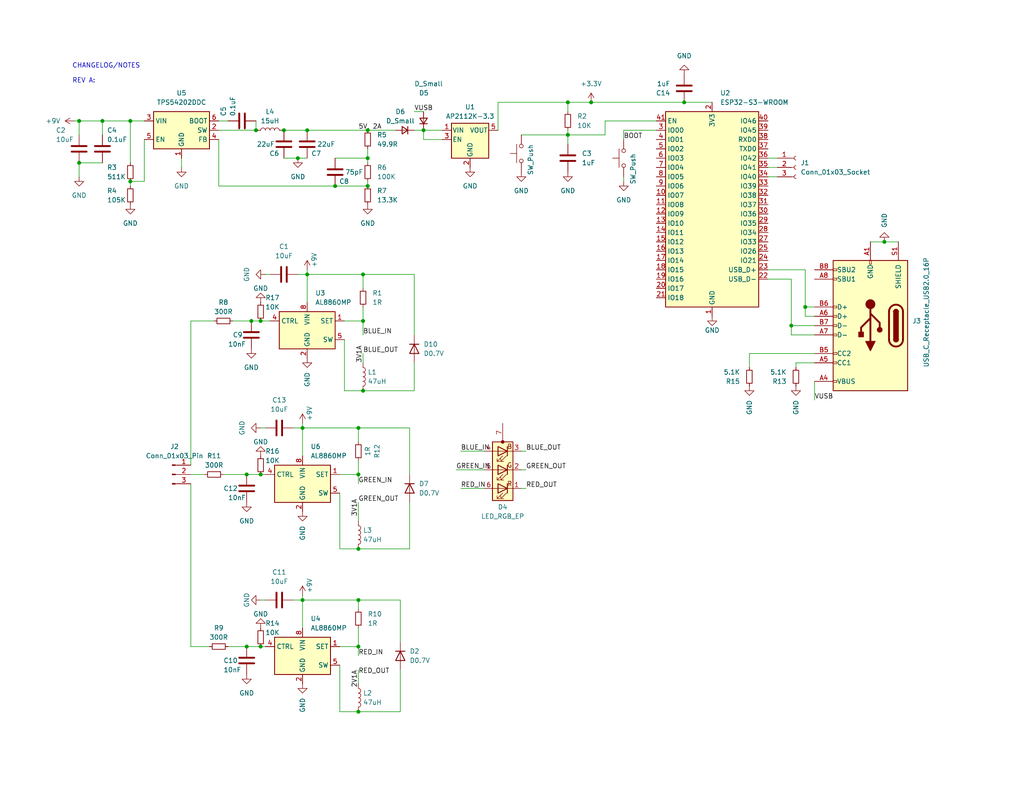
<source format=kicad_sch>
(kicad_sch (version 20230121) (generator eeschema)
  (paper "USLetter")
  (title_block (title "Assignment 2 - via"))
  (lib_symbols
    (symbol "Connector:Conn_01x03_Pin" (pin_names (offset 1.016) hide)
      (property "Reference" "J" (at 0 5.08 0))
      (property "Value" "Conn_01x03_Pin" (at 0 -5.08 0))
      (symbol "Conn_01x03_Pin_1_1"
        (polyline (pts (xy 1.27 -2.54) (xy 0.8636 -2.54)) (stroke (width 0.1524)))
        (polyline (pts (xy 1.27 0) (xy 0.8636 0)) (stroke (width 0.1524)))
        (polyline (pts (xy 1.27 2.54) (xy 0.8636 2.54)) (stroke (width 0.1524)))
        (rectangle (start 0.8636 -2.413) (end 0 -2.667) (stroke (width 0.1524)) (fill (type outline)))
        (rectangle (start 0.8636 0.127) (end 0 -0.127) (stroke (width 0.1524)) (fill (type outline)))
        (rectangle (start 0.8636 2.667) (end 0 2.413) (stroke (width 0.1524)) (fill (type outline)))
        (pin passive line (at 5.08 2.54 180) (length 3.81) (name "Pin_1") (number "1"))
        (pin passive line (at 5.08 0 180) (length 3.81) (name "Pin_2") (number "2"))
        (pin passive line (at 5.08 -2.54 180) (length 3.81) (name "Pin_3") (number "3"))
      )
    )
    (symbol "Connector:Conn_01x03_Socket" (pin_names (offset 1.016) hide)
      (property "Reference" "J" (at 0 5.08 0))
      (property "Value" "Conn_01x03_Socket" (at 0 -5.08 0))
      (symbol "Conn_01x03_Socket_1_1"
        (arc (start 0 -2.032) (mid -0.5058 -2.54) (end 0 -3.048) (stroke (width 0.1524)))
        (polyline (pts (xy -1.27 -2.54) (xy -0.508 -2.54)) (stroke (width 0.1524)))
        (polyline (pts (xy -1.27 0) (xy -0.508 0)) (stroke (width 0.1524)))
        (polyline (pts (xy -1.27 2.54) (xy -0.508 2.54)) (stroke (width 0.1524)))
        (arc (start 0 0.508) (mid -0.5058 0) (end 0 -0.508) (stroke (width 0.1524)))
        (arc (start 0 3.048) (mid -0.5058 2.54) (end 0 2.032) (stroke (width 0.1524)))
        (pin passive line (at -5.08 2.54 0) (length 3.81) (name "Pin_1") (number "1"))
        (pin passive line (at -5.08 0 0) (length 3.81) (name "Pin_2") (number "2"))
        (pin passive line (at -5.08 -2.54 0) (length 3.81) (name "Pin_3") (number "3"))
      )
    )
    (symbol "Connector:USB_C_Receptacle_USB2.0_16P" (pin_names (offset 1.016))
      (property "Reference" "J" (at 0 22.225 0))
      (property "Value" "USB_C_Receptacle_USB2.0_16P" (at 0 19.685 0))
      (symbol "USB_C_Receptacle_USB2.0_16P_0_0"
        (rectangle (start -0.254 -17.78) (end 0.254 -16.764))
        (rectangle (start 10.16 -14.986) (end 9.144 -15.494))
        (rectangle (start 10.16 -12.446) (end 9.144 -12.954))
        (rectangle (start 10.16 -4.826) (end 9.144 -5.334))
        (rectangle (start 10.16 -2.286) (end 9.144 -2.794))
        (rectangle (start 10.16 0.254) (end 9.144 -0.254))
        (rectangle (start 10.16 2.794) (end 9.144 2.286))
        (rectangle (start 10.16 7.874) (end 9.144 7.366))
        (rectangle (start 10.16 10.414) (end 9.144 9.906))
        (rectangle (start 10.16 15.494) (end 9.144 14.986))
      )
      (symbol "USB_C_Receptacle_USB2.0_16P_0_1"
        (rectangle (start -10.16 17.78) (end 10.16 -17.78) (stroke (width 0.254)) (fill (type background)))
        (arc (start -8.89 -3.81) (mid -6.985 -5.7067) (end -5.08 -3.81) (stroke (width 0.508)))
        (arc (start -7.62 -3.81) (mid -6.985 -4.4423) (end -6.35 -3.81) (stroke (width 0.254)))
        (arc (start -7.62 -3.81) (mid -6.985 -4.4423) (end -6.35 -3.81) (stroke (width 0.254)) (fill (type outline)))
        (rectangle (start -7.62 -3.81) (end -6.35 3.81) (stroke (width 0.254)) (fill (type outline)))
        (arc (start -6.35 3.81) (mid -6.985 4.4423) (end -7.62 3.81) (stroke (width 0.254)))
        (arc (start -6.35 3.81) (mid -6.985 4.4423) (end -7.62 3.81) (stroke (width 0.254)) (fill (type outline)))
        (arc (start -5.08 3.81) (mid -6.985 5.7067) (end -8.89 3.81) (stroke (width 0.508)))
        (circle (center -2.54 1.143) (radius 0.635) (stroke (width 0.254)) (fill (type outline)))
        (circle (center 0 -5.842) (radius 1.27) (fill (type outline)))
        (polyline (pts (xy -8.89 -3.81) (xy -8.89 3.81)) (stroke (width 0.508)))
        (polyline (pts (xy -5.08 3.81) (xy -5.08 -3.81)) (stroke (width 0.508)))
        (polyline (pts (xy 0 -5.842) (xy 0 4.318)) (stroke (width 0.508)))
        (polyline (pts (xy 0 -3.302) (xy -2.54 -0.762) (xy -2.54 0.508)) (stroke (width 0.508)))
        (polyline (pts (xy 0 -2.032) (xy 2.54 0.508) (xy 2.54 1.778)) (stroke (width 0.508)))
        (polyline (pts (xy -1.27 4.318) (xy 0 6.858) (xy 1.27 4.318) (xy -1.27 4.318)) (stroke (width 0.254)) (fill (type outline)))
        (rectangle (start 1.905 1.778) (end 3.175 3.048) (stroke (width 0.254)) (fill (type outline)))
      )
      (symbol "USB_C_Receptacle_USB2.0_16P_1_1"
        (pin passive line (at 0 -22.86 90) (length 5.08) (name "GND") (number "A1"))
        (pin passive line (at 0 -22.86 90) (length 5.08) hide (name "GND") (number "A12"))
        (pin passive line (at 15.24 15.24 180) (length 5.08) (name "VBUS") (number "A4"))
        (pin bidirectional line (at 15.24 10.16 180) (length 5.08) (name "CC1") (number "A5"))
        (pin bidirectional line (at 15.24 -2.54 180) (length 5.08) (name "D+") (number "A6"))
        (pin bidirectional line (at 15.24 2.54 180) (length 5.08) (name "D-") (number "A7"))
        (pin bidirectional line (at 15.24 -12.7 180) (length 5.08) (name "SBU1") (number "A8"))
        (pin passive line (at 15.24 15.24 180) (length 5.08) hide (name "VBUS") (number "A9"))
        (pin passive line (at 0 -22.86 90) (length 5.08) hide (name "GND") (number "B1"))
        (pin passive line (at 0 -22.86 90) (length 5.08) hide (name "GND") (number "B12"))
        (pin passive line (at 15.24 15.24 180) (length 5.08) hide (name "VBUS") (number "B4"))
        (pin bidirectional line (at 15.24 7.62 180) (length 5.08) (name "CC2") (number "B5"))
        (pin bidirectional line (at 15.24 -5.08 180) (length 5.08) (name "D+") (number "B6"))
        (pin bidirectional line (at 15.24 0 180) (length 5.08) (name "D-") (number "B7"))
        (pin bidirectional line (at 15.24 -15.24 180) (length 5.08) (name "SBU2") (number "B8"))
        (pin passive line (at 15.24 15.24 180) (length 5.08) hide (name "VBUS") (number "B9"))
        (pin passive line (at -7.62 -22.86 90) (length 5.08) (name "SHIELD") (number "S1"))
      )
    )
    (symbol "Device:C" (pin_numbers hide) (pin_names (offset 0.254))
      (property "Reference" "C" (at 0.635 2.54 0))
      (property "Value" "C" (at 0.635 -2.54 0))
      (symbol "C_0_1"
        (polyline (pts (xy -2.032 -0.762) (xy 2.032 -0.762)) (stroke (width 0.508)))
        (polyline (pts (xy -2.032 0.762) (xy 2.032 0.762)) (stroke (width 0.508)))
      )
      (symbol "C_1_1"
        (pin passive line (at 0 3.81 270) (length 2.794) (name "~") (number "1"))
        (pin passive line (at 0 -3.81 90) (length 2.794) (name "~") (number "2"))
      )
    )
    (symbol "Device:D" (pin_numbers hide) (pin_names (offset 1.016) hide)
      (property "Reference" "D" (at 0 2.54 0))
      (property "Value" "D" (at 0 -2.54 0))
      (symbol "D_0_1"
        (polyline (pts (xy -1.27 1.27) (xy -1.27 -1.27)) (stroke (width 0.254)))
        (polyline (pts (xy 1.27 0) (xy -1.27 0)))
        (polyline (pts (xy 1.27 1.27) (xy 1.27 -1.27) (xy -1.27 0) (xy 1.27 1.27)) (stroke (width 0.254)))
      )
      (symbol "D_1_1"
        (pin passive line (at -3.81 0 0) (length 2.54) (name "K") (number "1"))
        (pin passive line (at 3.81 0 180) (length 2.54) (name "A") (number "2"))
      )
    )
    (symbol "Device:D_Small" (pin_numbers hide) (pin_names (offset 0.254) hide)
      (property "Reference" "D" (at -1.27 2.032 0))
      (property "Value" "D_Small" (at -3.81 -2.032 0))
      (symbol "D_Small_0_1"
        (polyline (pts (xy -0.762 -1.016) (xy -0.762 1.016)) (stroke (width 0.254)))
        (polyline (pts (xy -0.762 0) (xy 0.762 0)))
        (polyline (pts (xy 0.762 -1.016) (xy -0.762 0) (xy 0.762 1.016) (xy 0.762 -1.016)) (stroke (width 0.254)))
      )
      (symbol "D_Small_1_1"
        (pin passive line (at -2.54 0 0) (length 1.778) (name "K") (number "1"))
        (pin passive line (at 2.54 0 180) (length 1.778) (name "A") (number "2"))
      )
    )
    (symbol "Device:L" (pin_numbers hide) (pin_names (offset 1.016) hide)
      (property "Reference" "L" (at -1.27 0 90))
      (property "Value" "L" (at 1.905 0 90))
      (symbol "L_0_1"
        (arc (start 0 -2.54) (mid 0.6323 -1.905) (end 0 -1.27))
        (arc (start 0 -1.27) (mid 0.6323 -0.635) (end 0 0))
        (arc (start 0 0) (mid 0.6323 0.635) (end 0 1.27))
        (arc (start 0 1.27) (mid 0.6323 1.905) (end 0 2.54))
      )
      (symbol "L_1_1"
        (pin passive line (at 0 3.81 270) (length 1.27) (name "1") (number "1"))
        (pin passive line (at 0 -3.81 90) (length 1.27) (name "2") (number "2"))
      )
    )
    (symbol "Device:LED_RGB_EP" (pin_names (offset 0) hide)
      (property "Reference" "D" (at 0 11.43 0))
      (property "Value" "LED_RGB_EP" (at 0 9.398 0))
      (symbol "LED_RGB_EP_0_0"
        (text "B" (at -1.905 -6.35 0) (effects (font (size 1.27 1.27))))
        (text "G" (at -1.905 -1.27 0) (effects (font (size 1.27 1.27))))
        (text "R" (at -1.905 3.81 0) (effects (font (size 1.27 1.27))))
      )
      (symbol "LED_RGB_EP_0_1"
        (circle (center 0 -7.62) (radius 0.3556) (stroke (width 0.254)) (fill (type outline)))
        (polyline (pts (xy -1.27 -5.08) (xy -2.54 -5.08)))
        (polyline (pts (xy -1.27 -3.81) (xy -1.27 -6.35)) (stroke (width 0.254)))
        (polyline (pts (xy -1.27 0) (xy -2.54 0)))
        (polyline (pts (xy -1.27 1.27) (xy -1.27 -1.27)) (stroke (width 0.254)))
        (polyline (pts (xy -1.27 5.08) (xy -2.54 5.08)))
        (polyline (pts (xy -1.27 5.08) (xy 1.27 5.08)))
        (polyline (pts (xy -1.27 6.35) (xy -1.27 3.81)) (stroke (width 0.254)))
        (polyline (pts (xy -1.016 0) (xy 1.27 0)))
        (polyline (pts (xy 1.27 -5.08) (xy -1.27 -5.08)))
        (polyline (pts (xy 1.27 -5.08) (xy 2.54 -5.08)))
        (polyline (pts (xy 1.27 5.08) (xy 2.54 5.08)))
        (polyline (pts (xy 2.54 0) (xy 1.27 0)))
        (polyline (pts (xy -1.27 1.27) (xy -1.27 -1.27) (xy -1.27 -1.27)))
        (polyline (pts (xy -1.27 6.35) (xy -1.27 3.81) (xy -1.27 3.81)))
        (polyline (pts (xy 1.27 -3.81) (xy 1.27 -6.35) (xy -1.27 -5.08) (xy 1.27 -3.81)) (stroke (width 0.254)))
        (polyline (pts (xy 1.27 1.27) (xy 1.27 -1.27) (xy -1.27 0) (xy 1.27 1.27)) (stroke (width 0.254)))
        (polyline (pts (xy 1.27 6.35) (xy 1.27 3.81) (xy -1.27 5.08) (xy 1.27 6.35)) (stroke (width 0.254)))
        (polyline (pts (xy -1.016 -3.81) (xy 0.508 -2.286) (xy -0.254 -2.286) (xy 0.508 -2.286) (xy 0.508 -3.048)))
        (polyline (pts (xy -1.016 1.27) (xy 0.508 2.794) (xy -0.254 2.794) (xy 0.508 2.794) (xy 0.508 2.032)))
        (polyline (pts (xy -1.016 6.35) (xy 0.508 7.874) (xy -0.254 7.874) (xy 0.508 7.874) (xy 0.508 7.112)))
        (polyline (pts (xy 0 -3.81) (xy 1.524 -2.286) (xy 0.762 -2.286) (xy 1.524 -2.286) (xy 1.524 -3.048)))
        (polyline (pts (xy 0 1.27) (xy 1.524 2.794) (xy 0.762 2.794) (xy 1.524 2.794) (xy 1.524 2.032)))
        (polyline (pts (xy 0 6.35) (xy 1.524 7.874) (xy 0.762 7.874) (xy 1.524 7.874) (xy 1.524 7.112)))
        (rectangle (start 1.27 -1.27) (end 1.27 1.27))
        (rectangle (start 1.27 1.27) (end 1.27 1.27))
        (rectangle (start 1.27 3.81) (end 1.27 6.35))
        (rectangle (start 1.27 6.35) (end 1.27 6.35))
        (rectangle (start 2.794 8.382) (end -2.794 -7.62) (stroke (width 0.254)) (fill (type background)))
      )
      (symbol "LED_RGB_EP_1_1"
        (pin passive line (at -5.08 5.08 0) (length 2.54) (name "RK") (number "1"))
        (pin passive line (at -5.08 0 0) (length 2.54) (name "GK") (number "2"))
        (pin passive line (at -5.08 -5.08 0) (length 2.54) (name "BK") (number "3"))
        (pin passive line (at 5.08 -5.08 180) (length 2.54) (name "BA") (number "4"))
        (pin passive line (at 5.08 0 180) (length 2.54) (name "GA") (number "5"))
        (pin passive line (at 5.08 5.08 180) (length 2.54) (name "RA") (number "6"))
        (pin passive line (at 0 -12.7 90) (length 5.08) (name "PAD") (number "7"))
      )
    )
    (symbol "Device:R_Small" (pin_numbers hide) (pin_names (offset 0.254) hide)
      (property "Reference" "R" (at 0.762 0.508 0))
      (property "Value" "R_Small" (at 0.762 -1.016 0))
      (symbol "R_Small_0_1"
        (rectangle (start -0.762 1.778) (end 0.762 -1.778) (stroke (width 0.2032)))
      )
      (symbol "R_Small_1_1"
        (pin passive line (at 0 2.54 270) (length 0.762) (name "~") (number "1"))
        (pin passive line (at 0 -2.54 90) (length 0.762) (name "~") (number "2"))
      )
    )
    (symbol "Driver_LED:AL8860MP"
      (property "Reference" "U" (at -5.08 6.35 0))
      (property "Value" "AL8860MP" (at 7.62 6.35 0))
      (symbol "AL8860MP_0_1"
        (rectangle (start -7.62 5.08) (end 7.62 -5.08) (stroke (width 0.254)) (fill (type background)))
      )
      (symbol "AL8860MP_1_1"
        (pin input line (at 10.16 2.54 180) (length 2.54) (name "SET") (number "1"))
        (pin power_in line (at 0 -7.62 90) (length 2.54) (name "GND") (number "2"))
        (pin passive line (at 0 -7.62 90) (length 2.54) hide (name "GND") (number "3"))
        (pin input line (at -10.16 2.54 0) (length 2.54) (name "CTRL") (number "4"))
        (pin open_collector line (at 10.16 -2.54 180) (length 2.54) (name "SW") (number "5"))
        (pin open_collector line (at 10.16 -2.54 180) (length 2.54) hide (name "SW") (number "6"))
        (pin no_connect line (at -7.62 -2.54 0) (length 2.54) hide (name "NC") (number "7"))
        (pin power_in line (at 0 7.62 270) (length 2.54) (name "VIN") (number "8"))
        (pin passive line (at 0 -7.62 90) (length 2.54) hide (name "GND") (number "9"))
      )
    )
    (symbol "RF_Module:ESP32-S2-WROVER"
      (property "Reference" "U" (at -12.7 29.21 0))
      (property "Value" "ESP32-S2-WROVER" (at 2.54 29.21 0))
      (symbol "ESP32-S2-WROVER_0_1"
        (rectangle (start -12.7 27.94) (end 12.7 -25.4) (stroke (width 0.254)) (fill (type background)))
      )
      (symbol "ESP32-S2-WROVER_1_1"
        (pin power_in line (at 0 -27.94 90) (length 2.54) (name "GND") (number "1"))
        (pin bidirectional line (at -15.24 5.08 0) (length 2.54) (name "IO07") (number "10"))
        (pin bidirectional line (at -15.24 2.54 0) (length 2.54) (name "IO08") (number "11"))
        (pin bidirectional line (at -15.24 0 0) (length 2.54) (name "IO09") (number "12"))
        (pin bidirectional line (at -15.24 -2.54 0) (length 2.54) (name "IO10") (number "13"))
        (pin bidirectional line (at -15.24 -5.08 0) (length 2.54) (name "IO11") (number "14"))
        (pin bidirectional line (at -15.24 -7.62 0) (length 2.54) (name "IO12") (number "15"))
        (pin bidirectional line (at -15.24 -10.16 0) (length 2.54) (name "IO13") (number "16"))
        (pin bidirectional line (at -15.24 -12.7 0) (length 2.54) (name "IO14") (number "17"))
        (pin bidirectional line (at -15.24 -15.24 0) (length 2.54) (name "IO15") (number "18"))
        (pin bidirectional line (at -15.24 -17.78 0) (length 2.54) (name "IO16") (number "19"))
        (pin power_in line (at 0 30.48 270) (length 2.54) (name "3V3") (number "2"))
        (pin bidirectional line (at -15.24 -20.32 0) (length 2.54) (name "IO17") (number "20"))
        (pin bidirectional line (at -15.24 -22.86 0) (length 2.54) (name "IO18") (number "21"))
        (pin bidirectional line (at 15.24 -17.78 180) (length 2.54) (name "USB_D-") (number "22"))
        (pin bidirectional line (at 15.24 -15.24 180) (length 2.54) (name "USB_D+") (number "23"))
        (pin bidirectional line (at 15.24 -12.7 180) (length 2.54) (name "IO21") (number "24"))
        (pin bidirectional line (at 15.24 -10.16 180) (length 2.54) (name "IO26") (number "25"))
        (pin passive line (at 0 -27.94 90) (length 2.54) hide (name "GND") (number "26"))
        (pin bidirectional line (at 15.24 -7.62 180) (length 2.54) (name "IO33") (number "27"))
        (pin bidirectional line (at 15.24 -5.08 180) (length 2.54) (name "IO34") (number "28"))
        (pin bidirectional line (at 15.24 -2.54 180) (length 2.54) (name "IO35") (number "29"))
        (pin bidirectional line (at -15.24 22.86 0) (length 2.54) (name "IO00") (number "3"))
        (pin bidirectional line (at 15.24 0 180) (length 2.54) (name "IO36") (number "30"))
        (pin bidirectional line (at 15.24 2.54 180) (length 2.54) (name "IO37") (number "31"))
        (pin bidirectional line (at 15.24 5.08 180) (length 2.54) (name "IO38") (number "32"))
        (pin bidirectional line (at 15.24 7.62 180) (length 2.54) (name "IO39") (number "33"))
        (pin bidirectional line (at 15.24 10.16 180) (length 2.54) (name "IO40") (number "34"))
        (pin bidirectional line (at 15.24 12.7 180) (length 2.54) (name "IO41") (number "35"))
        (pin bidirectional line (at 15.24 15.24 180) (length 2.54) (name "IO42") (number "36"))
        (pin bidirectional line (at 15.24 17.78 180) (length 2.54) (name "TXD0") (number "37"))
        (pin bidirectional line (at 15.24 20.32 180) (length 2.54) (name "RXD0") (number "38"))
        (pin bidirectional line (at 15.24 22.86 180) (length 2.54) (name "IO45") (number "39"))
        (pin bidirectional line (at -15.24 20.32 0) (length 2.54) (name "IO01") (number "4"))
        (pin input line (at 15.24 25.4 180) (length 2.54) (name "IO46") (number "40"))
        (pin input line (at -15.24 25.4 0) (length 2.54) (name "EN") (number "41"))
        (pin passive line (at 0 -27.94 90) (length 2.54) hide (name "GND") (number "42"))
        (pin passive line (at 0 -27.94 90) (length 2.54) hide (name "GND") (number "43"))
        (pin bidirectional line (at -15.24 17.78 0) (length 2.54) (name "IO02") (number "5"))
        (pin bidirectional line (at -15.24 15.24 0) (length 2.54) (name "IO03") (number "6"))
        (pin bidirectional line (at -15.24 12.7 0) (length 2.54) (name "IO04") (number "7"))
        (pin bidirectional line (at -15.24 10.16 0) (length 2.54) (name "IO05") (number "8"))
        (pin bidirectional line (at -15.24 7.62 0) (length 2.54) (name "IO06") (number "9"))
      )
    )
    (symbol "Regulator_Linear:AP2112K-3.3" (pin_names (offset 0.254))
      (property "Reference" "U" (at -5.08 5.715 0))
      (property "Value" "AP2112K-3.3" (at 0 5.715 0))
      (symbol "AP2112K-3.3_0_1"
        (rectangle (start -5.08 4.445) (end 5.08 -5.08) (stroke (width 0.254)) (fill (type background)))
      )
      (symbol "AP2112K-3.3_1_1"
        (pin power_in line (at -7.62 2.54 0) (length 2.54) (name "VIN") (number "1"))
        (pin power_in line (at 0 -7.62 90) (length 2.54) (name "GND") (number "2"))
        (pin input line (at -7.62 0 0) (length 2.54) (name "EN") (number "3"))
        (pin no_connect line (at 5.08 0 180) (length 2.54) hide (name "NC") (number "4"))
        (pin power_out line (at 7.62 2.54 180) (length 2.54) (name "VOUT") (number "5"))
      )
    )
    (symbol "Regulator_Switching:TPS54202DDC"
      (property "Reference" "U" (at -7.62 6.35 0))
      (property "Value" "TPS54202DDC" (at 0 6.35 0))
      (symbol "TPS54202DDC_0_1"
        (rectangle (start -7.62 5.08) (end 7.62 -5.08) (stroke (width 0.254)) (fill (type background)))
      )
      (symbol "TPS54202DDC_1_1"
        (pin power_in line (at 0 -7.62 90) (length 2.54) (name "GND") (number "1"))
        (pin power_out line (at 10.16 0 180) (length 2.54) (name "SW") (number "2"))
        (pin power_in line (at -10.16 2.54 0) (length 2.54) (name "VIN") (number "3"))
        (pin input line (at 10.16 -2.54 180) (length 2.54) (name "FB") (number "4"))
        (pin input line (at -10.16 -2.54 0) (length 2.54) (name "EN") (number "5"))
        (pin passive line (at 10.16 2.54 180) (length 2.54) (name "BOOT") (number "6"))
      )
    )
    (symbol "Switch:SW_Push" (pin_numbers hide) (pin_names (offset 1.016) hide)
      (property "Reference" "SW" (at 1.27 2.54 0))
      (property "Value" "SW_Push" (at 0 -1.524 0))
      (symbol "SW_Push_0_1"
        (circle (center -2.032 0) (radius 0.508))
        (polyline (pts (xy 0 1.27) (xy 0 3.048)))
        (polyline (pts (xy 2.54 1.27) (xy -2.54 1.27)))
        (circle (center 2.032 0) (radius 0.508))
        (pin passive line (at -5.08 0 0) (length 2.54) (name "1") (number "1"))
        (pin passive line (at 5.08 0 180) (length 2.54) (name "2") (number "2"))
      )
    )
    (symbol "power:+3.3V" (power) (pin_names (offset 0))
      (property "Value" "+3.3V" (at 0 3.556 0))
      (symbol "+3.3V_0_1"
        (polyline (pts (xy -0.762 1.27) (xy 0 2.54)))
        (polyline (pts (xy 0 0) (xy 0 2.54)))
        (polyline (pts (xy 0 2.54) (xy 0.762 1.27)))
      )
      (symbol "+3.3V_1_1"
        (pin power_in line (at 0 0 90) (length 0) hide (name "+3.3V") (number "1"))
      )
    )
    (symbol "power:+9V" (power) (pin_names (offset 0))
      (property "Value" "+9V" (at 0 3.556 0))
      (symbol "+9V_0_1"
        (polyline (pts (xy -0.762 1.27) (xy 0 2.54)))
        (polyline (pts (xy 0 0) (xy 0 2.54)))
        (polyline (pts (xy 0 2.54) (xy 0.762 1.27)))
      )
      (symbol "+9V_1_1"
        (pin power_in line (at 0 0 90) (length 0) hide (name "+9V") (number "1"))
      )
    )
    (symbol "power:GND" (power) (pin_names (offset 0))
      (property "Value" "GND" (at 0 -3.81 0))
      (symbol "GND_0_1"
        (polyline (pts (xy 0 0) (xy 0 -1.27) (xy 1.27 -1.27) (xy 0 -2.54) (xy -1.27 -1.27) (xy 0 -1.27)))
      )
      (symbol "GND_1_1"
        (pin power_in line (at 0 0 270) (length 0) hide (name "GND") (number "1"))
      )
    )
  )
  (junction (at 71.12 87.63))
  (junction (at 241.3 66.04))
  (junction (at 21.59 33.02))
  (junction (at 67.31 176.53))
  (junction (at 97.79 116.84))
  (junction (at 71.12 129.54))
  (junction (at 35.56 33.02))
  (junction (at 99.06 106.68))
  (junction (at 68.58 87.63))
  (junction (at 154.94 27.94))
  (junction (at 100.33 35.56))
  (junction (at 82.55 116.84))
  (junction (at 35.56 49.53))
  (junction (at 219.71 83.82))
  (junction (at 115.57 35.56))
  (junction (at 67.31 129.54))
  (junction (at 27.94 33.02))
  (junction (at 100.33 50.8))
  (junction (at 97.79 149.86))
  (junction (at 154.94 36.83))
  (junction (at 81.28 43.18))
  (junction (at 83.82 74.93))
  (junction (at 83.82 35.56))
  (junction (at 97.79 129.54))
  (junction (at 77.47 35.56))
  (junction (at 69.85 35.56))
  (junction (at 161.29 27.94))
  (junction (at 99.06 87.63))
  (junction (at 71.12 176.53))
  (junction (at 91.44 50.8))
  (junction (at 97.79 176.53))
  (junction (at 97.79 194.31))
  (junction (at 100.33 43.18))
  (junction (at 82.55 163.83))
  (junction (at 186.69 27.94))
  (junction (at 215.9 88.9))
  (junction (at 99.06 74.93))
  (junction (at 97.79 163.83))
  (junction (at 21.59 44.45))
  (wire (pts (xy 237.49 66.04) (xy 241.3 66.04)))
  (wire (pts (xy 241.3 66.04) (xy 245.11 66.04)))
  (wire (pts (xy 109.22 182.88) (xy 109.22 194.31)))
  (wire (pts (xy 111.76 116.84) (xy 97.79 116.84)))
  (wire (pts (xy 93.98 106.68) (xy 99.06 106.68)))
  (wire (pts (xy 154.94 27.94) (xy 161.29 27.94)))
  (wire (pts (xy 62.23 176.53) (xy 67.31 176.53)))
  (wire (pts (xy 125.73 123.19) (xy 132.08 123.19)))
  (wire (pts (xy 97.79 149.86) (xy 111.76 149.86)))
  (wire (pts (xy 83.82 35.56) (xy 100.33 35.56)))
  (wire (pts (xy 99.06 74.93) (xy 83.82 74.93)))
  (wire (pts (xy 161.29 27.94) (xy 186.69 27.94)))
  (wire (pts (xy 21.59 33.02) (xy 21.59 36.83)))
  (wire (pts (xy 113.03 74.93) (xy 99.06 74.93)))
  (wire (pts (xy 52.07 176.53) (xy 57.15 176.53)))
  (wire (pts (xy 72.39 163.83) (xy 71.12 163.83)))
  (wire (pts (xy 219.71 73.66) (xy 219.71 83.82)))
  (wire (pts (xy 100.33 43.18) (xy 100.33 40.64)))
  (wire (pts (xy 21.59 33.02) (xy 27.94 33.02)))
  (wire (pts (xy 69.85 35.56) (xy 69.85 33.02)))
  (wire (pts (xy 82.55 163.83) (xy 82.55 171.45)))
  (wire (pts (xy 97.79 125.73) (xy 97.79 129.54)))
  (wire (pts (xy 92.71 181.61) (xy 92.71 194.31)))
  (wire (pts (xy 97.79 129.54) (xy 92.71 129.54)))
  (wire (pts (xy 92.71 194.31) (xy 97.79 194.31)))
  (wire (pts (xy 217.17 100.33) (xy 217.17 99.06)))
  (wire (pts (xy 35.56 33.02) (xy 39.37 33.02)))
  (wire (pts (xy 99.06 87.63) (xy 99.06 83.82)))
  (wire (pts (xy 113.03 99.06) (xy 113.03 106.68)))
  (wire (pts (xy 81.28 43.18) (xy 83.82 43.18)))
  (wire (pts (xy 99.06 106.68) (xy 113.03 106.68)))
  (wire (pts (xy 21.59 48.26) (xy 21.59 44.45)))
  (wire (pts (xy 81.28 74.93) (xy 83.82 74.93)))
  (wire (pts (xy 21.59 44.45) (xy 27.94 44.45)))
  (wire (pts (xy 77.47 43.18) (xy 81.28 43.18)))
  (wire (pts (xy 35.56 49.53) (xy 35.56 50.8)))
  (wire (pts (xy 99.06 74.93) (xy 99.06 78.74)))
  (wire (pts (xy 97.79 163.83) (xy 97.79 166.37)))
  (wire (pts (xy 115.57 35.56) (xy 120.65 35.56)))
  (wire (pts (xy 99.06 99.06) (xy 99.06 96.52)))
  (wire (pts (xy 222.25 96.52) (xy 204.47 96.52)))
  (wire (pts (xy 68.58 87.63) (xy 71.12 87.63)))
  (wire (pts (xy 186.69 27.94) (xy 194.31 27.94)))
  (wire (pts (xy 60.96 129.54) (xy 67.31 129.54)))
  (wire (pts (xy 215.9 91.44) (xy 222.25 91.44)))
  (wire (pts (xy 80.01 163.83) (xy 82.55 163.83)))
  (wire (pts (xy 135.89 35.56) (xy 135.89 27.94)))
  (wire (pts (xy 100.33 44.45) (xy 100.33 43.18)))
  (wire (pts (xy 125.73 133.35) (xy 132.08 133.35)))
  (wire (pts (xy 80.01 116.84) (xy 82.55 116.84)))
  (wire (pts (xy 73.66 74.93) (xy 72.39 74.93)))
  (wire (pts (xy 67.31 129.54) (xy 71.12 129.54)))
  (wire (pts (xy 170.18 35.56) (xy 170.18 38.1)))
  (wire (pts (xy 165.1 36.83) (xy 165.1 33.02)))
  (wire (pts (xy 97.79 194.31) (xy 109.22 194.31)))
  (wire (pts (xy 59.69 38.1) (xy 59.69 50.8)))
  (wire (pts (xy 82.55 115.57) (xy 82.55 116.84)))
  (wire (pts (xy 97.79 163.83) (xy 82.55 163.83)))
  (wire (pts (xy 111.76 137.16) (xy 111.76 149.86)))
  (wire (pts (xy 52.07 129.54) (xy 55.88 129.54)))
  (wire (pts (xy 97.79 129.54) (xy 97.79 132.08)))
  (wire (pts (xy 97.79 116.84) (xy 82.55 116.84)))
  (wire (pts (xy 154.94 36.83) (xy 154.94 35.56)))
  (wire (pts (xy 109.22 175.26) (xy 109.22 163.83)))
  (wire (pts (xy 154.94 36.83) (xy 154.94 39.37)))
  (wire (pts (xy 124.46 128.27) (xy 132.08 128.27)))
  (wire (pts (xy 215.9 76.2) (xy 215.9 88.9)))
  (wire (pts (xy 58.42 87.63) (xy 52.07 87.63)))
  (wire (pts (xy 97.79 176.53) (xy 97.79 171.45)))
  (wire (pts (xy 20.32 33.02) (xy 21.59 33.02)))
  (wire (pts (xy 72.39 116.84) (xy 71.12 116.84)))
  (wire (pts (xy 113.03 30.48) (xy 115.57 30.48)))
  (wire (pts (xy 77.47 35.56) (xy 83.82 35.56)))
  (wire (pts (xy 82.55 162.56) (xy 82.55 163.83)))
  (wire (pts (xy 212.09 43.18) (xy 209.55 43.18)))
  (wire (pts (xy 92.71 134.62) (xy 92.71 149.86)))
  (wire (pts (xy 209.55 73.66) (xy 219.71 73.66)))
  (wire (pts (xy 93.98 92.71) (xy 93.98 106.68)))
  (wire (pts (xy 99.06 91.44) (xy 99.06 87.63)))
  (wire (pts (xy 154.94 30.48) (xy 154.94 27.94)))
  (wire (pts (xy 212.09 48.26) (xy 209.55 48.26)))
  (wire (pts (xy 67.31 176.53) (xy 71.12 176.53)))
  (wire (pts (xy 165.1 33.02) (xy 179.07 33.02)))
  (wire (pts (xy 97.79 179.07) (xy 97.79 176.53)))
  (wire (pts (xy 217.17 99.06) (xy 222.25 99.06)))
  (wire (pts (xy 91.44 43.18) (xy 100.33 43.18)))
  (wire (pts (xy 71.12 129.54) (xy 72.39 129.54)))
  (wire (pts (xy 215.9 88.9) (xy 222.25 88.9)))
  (wire (pts (xy 170.18 48.26) (xy 170.18 49.53)))
  (wire (pts (xy 143.51 123.19) (xy 142.24 123.19)))
  (wire (pts (xy 59.69 35.56) (xy 69.85 35.56)))
  (wire (pts (xy 91.44 50.8) (xy 100.33 50.8)))
  (wire (pts (xy 49.53 43.18) (xy 49.53 45.72)))
  (wire (pts (xy 83.82 73.66) (xy 83.82 74.93)))
  (wire (pts (xy 83.82 74.93) (xy 83.82 82.55)))
  (wire (pts (xy 115.57 38.1) (xy 115.57 35.56)))
  (wire (pts (xy 142.24 36.83) (xy 154.94 36.83)))
  (wire (pts (xy 82.55 116.84) (xy 82.55 124.46)))
  (wire (pts (xy 59.69 50.8) (xy 91.44 50.8)))
  (wire (pts (xy 170.18 35.56) (xy 179.07 35.56)))
  (wire (pts (xy 93.98 87.63) (xy 99.06 87.63)))
  (wire (pts (xy 222.25 109.22) (xy 222.25 104.14)))
  (wire (pts (xy 27.94 33.02) (xy 35.56 33.02)))
  (wire (pts (xy 52.07 87.63) (xy 52.07 127)))
  (wire (pts (xy 63.5 87.63) (xy 68.58 87.63)))
  (wire (pts (xy 135.89 27.94) (xy 154.94 27.94)))
  (wire (pts (xy 27.94 33.02) (xy 27.94 36.83)))
  (wire (pts (xy 71.12 176.53) (xy 72.39 176.53)))
  (wire (pts (xy 113.03 91.44) (xy 113.03 74.93)))
  (wire (pts (xy 212.09 45.72) (xy 209.55 45.72)))
  (wire (pts (xy 219.71 86.36) (xy 219.71 83.82)))
  (wire (pts (xy 97.79 186.69) (xy 97.79 182.88)))
  (wire (pts (xy 97.79 176.53) (xy 92.71 176.53)))
  (wire (pts (xy 39.37 49.53) (xy 35.56 49.53)))
  (wire (pts (xy 219.71 83.82) (xy 222.25 83.82)))
  (wire (pts (xy 39.37 38.1) (xy 39.37 49.53)))
  (wire (pts (xy 111.76 129.54) (xy 111.76 116.84)))
  (wire (pts (xy 52.07 132.08) (xy 52.07 176.53)))
  (wire (pts (xy 92.71 149.86) (xy 97.79 149.86)))
  (wire (pts (xy 100.33 35.56) (xy 107.95 35.56)))
  (wire (pts (xy 100.33 50.8) (xy 100.33 49.53)))
  (wire (pts (xy 97.79 116.84) (xy 97.79 120.65)))
  (wire (pts (xy 143.51 133.35) (xy 142.24 133.35)))
  (wire (pts (xy 204.47 96.52) (xy 204.47 100.33)))
  (wire (pts (xy 113.03 35.56) (xy 115.57 35.56)))
  (wire (pts (xy 209.55 76.2) (xy 215.9 76.2)))
  (wire (pts (xy 71.12 87.63) (xy 73.66 87.63)))
  (wire (pts (xy 222.25 86.36) (xy 219.71 86.36)))
  (wire (pts (xy 109.22 163.83) (xy 97.79 163.83)))
  (wire (pts (xy 143.51 128.27) (xy 142.24 128.27)))
  (wire (pts (xy 97.79 142.24) (xy 97.79 137.16)))
  (wire (pts (xy 215.9 88.9) (xy 215.9 91.44)))
  (wire (pts (xy 62.23 33.02) (xy 59.69 33.02)))
  (wire (pts (xy 120.65 38.1) (xy 115.57 38.1)))
  (wire (pts (xy 35.56 33.02) (xy 35.56 44.45)))
  (wire (pts (xy 154.94 36.83) (xy 165.1 36.83)))
  (text "CHANGELOG/NOTES\n\nREV A: " (at 19.685 22.86 0) (effects (font (size 1.27 1.27)) (justify left bottom)))
  (label "RED_IN" (at 97.79 179.07 0))
  (label "RED_IN" (at 125.73 133.35 0))
  (label "BLUE_OUT" (at 143.51 123.19 0))
  (label "2V1A" (at 97.79 182.88 270))
  (label "GREEN_IN" (at 124.46 128.27 0))
  (label "BOOT" (at 170.18 38.1 0))
  (label "GREEN_IN" (at 97.79 132.08 0))
  (label "GREEN_OUT" (at 143.51 128.27 0))
  (label "BLUE_OUT" (at 99.06 96.52 0))
  (label "VUSB" (at 113.03 30.48 0))
  (label "VUSB" (at 222.25 109.22 0))
  (label "RED_OUT" (at 143.51 133.35 0))
  (label "GREEN_OUT" (at 97.79 137.16 0))
  (label "3V1A" (at 99.06 99.06 90))
  (label "BLUE_IN" (at 99.06 91.44 0))
  (label "3V1A" (at 97.79 140.97 90))
  (label "5V, 2A" (at 97.79 35.56 0))
  (label "RED_OUT" (at 97.79 184.15 0))
  (label "BLUE_IN" (at 125.73 123.19 0))
  (symbol (lib_id "power:GND") (at 204.47 105.41 0) (unit 1)
    (property "Reference" "#PWR028" (effects hide))
    (property "Value" "GND" (at 204.47 109.22 90) (effects (justify right)))
  )
  (symbol (lib_id "power:GND") (at 83.82 97.79 0) (unit 1)
    (property "Reference" "#PWR08" (effects hide))
    (property "Value" "GND" (at 83.82 101.6 90) (effects (justify right)))
  )
  (symbol (lib_id "Device:C") (at 76.2 116.84 270) (unit 1)
    (property "Reference" "C13" (at 76.2 109.22 90))
    (property "Value" "10uF" (at 76.2 111.76 90))
    (property "Footprint" "Capacitor_SMD:C_1206_3216Metric" (effects hide))
  )
  (symbol (lib_id "Device:R_Small") (at 71.12 173.99 0) (unit 1)
    (property "Reference" "R14" (at 72.39 170.18 0) (effects (justify left)))
    (property "Value" "10K" (at 72.39 172.72 0) (effects (justify left)))
    (property "Footprint" "Resistor_SMD:R_0201_0603Metric" (effects hide))
  )
  (symbol (lib_id "Device:R_Small") (at 35.56 53.34 0) (unit 1)
    (property "Reference" "R4" (at 29.21 52.07 0) (effects (justify left)))
    (property "Value" "105K" (at 29.21 54.61 0) (effects (justify left)))
    (property "Footprint" "Resistor_SMD:R_0201_0603Metric" (effects hide))
  )
  (symbol (lib_id "power:+9V") (at 83.82 73.66 0) (unit 1)
    (property "Reference" "#PWR06" (effects hide))
    (property "Value" "+9V" (at 85.725 73.025 90) (effects (justify left)))
  )
  (symbol (lib_id "Device:R_Small") (at 60.96 87.63 90) (unit 1)
    (property "Reference" "R8" (at 60.96 82.55 90))
    (property "Value" "300R" (at 60.96 85.09 90))
    (property "Footprint" "Resistor_SMD:R_0201_0603Metric" (effects hide))
  )
  (symbol (lib_id "Device:C") (at 66.04 33.02 270) (unit 1)
    (property "Reference" "C5" (at 60.96 31.75 0) (effects (justify right)))
    (property "Value" "0.1uF" (at 63.5 31.75 0) (effects (justify right)))
    (property "Footprint" "Capacitor_SMD:C_0201_0603Metric" (effects hide))
  )
  (symbol (lib_id "Device:C") (at 77.47 39.37 0) (unit 1)
    (property "Reference" "C6" (at 76.2 41.91 0) (effects (justify right)))
    (property "Value" "22uF" (at 74.93 39.37 0) (effects (justify right)))
    (property "Footprint" "Capacitor_SMD:C_0201_0603Metric" (effects hide))
  )
  (symbol (lib_id "Device:R_Small") (at 154.94 33.02 0) (unit 1)
    (property "Reference" "R2" (at 157.48 31.75 0) (effects (justify left)))
    (property "Value" "10K" (at 157.48 34.29 0) (effects (justify left)))
    (property "Footprint" "Resistor_SMD:R_0201_0603Metric" (effects hide))
  )
  (symbol (lib_id "Device:C") (at 83.82 39.37 0) (unit 1)
    (property "Reference" "C7" (at 87.63 41.91 0) (effects (justify right)))
    (property "Value" "22uF" (at 91.44 39.37 0) (effects (justify right)))
    (property "Footprint" "Capacitor_SMD:C_0201_0603Metric" (effects hide))
  )
  (symbol (lib_id "Device:L") (at 97.79 190.5 0) (unit 1)
    (property "Reference" "L2" (at 99.06 189.23 0) (effects (justify left)))
    (property "Value" "47uH" (at 99.06 191.77 0) (effects (justify left)))
    (property "Footprint" "Library:INDC1608X100N" (effects hide))
    (property "Datasheet" "https://productfinder.pulseelectronics.com/api/open/part-attachments/datasheet/PA4302.473NLT" (effects hide))
    (property "MPN" "PA4302.473NLT" (effects hide))
  )
  (symbol (lib_id "Device:C") (at 27.94 40.64 180) (unit 1)
    (property "Reference" "C4" (at 29.21 35.56 0) (effects (justify right)))
    (property "Value" "0.1uF" (at 29.21 38.1 0) (effects (justify right)))
    (property "Footprint" "Capacitor_SMD:C_0201_0603Metric" (effects hide))
  )
  (symbol (lib_id "Device:D") (at 111.76 133.35 270) (unit 1)
    (property "Reference" "D7" (at 114.3 132.08 90) (effects (justify left)))
    (property "Value" "D0.7V" (at 114.3 134.62 90) (effects (justify left)))
    (property "Footprint" "Diode_SMD:D_0603_1608Metric" (effects hide))
    (property "Datasheet" "https://fscdn.rohm.com/en/products/databook/datasheet/discrete/diode/schottky_barrier/rb070mm-30tftr-e.pdf" (effects hide))
    (property "Sim.Device" "D" (effects hide))
    (property "Sim.Pins" "1=K 2=A" (effects hide))
    (property "MPN" "RB070MM-30TFTR" (effects hide))
  )
  (symbol (lib_id "Device:C") (at 67.31 180.34 0) (unit 1)
    (property "Reference" "C10" (at 60.96 180.34 0) (effects (justify left)))
    (property "Value" "10nF" (at 60.96 182.88 0) (effects (justify left)))
    (property "Footprint" "Capacitor_SMD:C_0201_0603Metric" (effects hide))
  )
  (symbol (lib_id "Device:R_Small") (at 71.12 127 0) (unit 1)
    (property "Reference" "R16" (at 72.39 123.19 0) (effects (justify left)))
    (property "Value" "10K" (at 72.39 125.73 0) (effects (justify left)))
    (property "Footprint" "Resistor_SMD:R_0201_0603Metric" (effects hide))
  )
  (symbol (lib_id "power:GND") (at 82.55 186.69 0) (unit 1)
    (property "Reference" "#PWR019" (effects hide))
    (property "Value" "GND" (at 82.55 190.5 90) (effects (justify right)))
  )
  (symbol (lib_id "power:GND") (at 217.17 105.41 0) (unit 1)
    (property "Reference" "#PWR026" (effects hide))
    (property "Value" "GND" (at 217.17 109.22 90) (effects (justify right)))
  )
  (symbol (lib_id "power:GND") (at 82.55 139.7 0) (unit 1)
    (property "Reference" "#PWR023" (effects hide))
    (property "Value" "GND" (at 82.55 143.51 90) (effects (justify right)))
  )
  (symbol (lib_id "power:GND") (at 142.24 46.99 0) (unit 1)
    (property "Reference" "#PWR011" (effects hide))
    (property "Value" "GND" (at 142.24 52.07 0))
  )
  (symbol (lib_id "Regulator_Linear:AP2112K-3.3") (at 128.27 38.1 0) (unit 1)
    (property "Reference" "U1" (at 128.27 29.21 0))
    (property "Value" "AP2112K-3.3" (at 128.27 31.75 0))
    (property "Footprint" "Package_TO_SOT_SMD:SOT-23-5" (effects hide))
    (property "Datasheet" "https://www.diodes.com/assets/Datasheets/AP2112.pdf" (effects hide))
    (property "MPN" "AP2112K-3.3" (effects hide))
  )
  (symbol (lib_id "Device:R_Small") (at 97.79 168.91 0) (unit 1)
    (property "Reference" "R10" (at 100.33 167.64 0) (effects (justify left)))
    (property "Value" "1R" (at 100.33 170.18 0) (effects (justify left)))
    (property "Footprint" "Resistor_SMD:R_0201_0603Metric" (effects hide))
  )
  (symbol (lib_id "power:GND") (at 71.12 82.55 180) (unit 1)
    (property "Reference" "#PWR031" (effects hide))
    (property "Value" "GND" (at 71.12 78.74 0))
  )
  (symbol (lib_id "power:+9V") (at 82.55 162.56 0) (unit 1)
    (property "Reference" "#PWR018" (effects hide))
    (property "Value" "+9V" (at 84.455 161.925 90) (effects (justify left)))
  )
  (symbol (lib_id "power:+3.3V") (at 161.29 27.94 0) (unit 1)
    (property "Reference" "#PWR027" (effects hide))
    (property "Value" "+3.3V" (at 161.29 22.86 0))
  )
  (symbol (lib_id "Connector:Conn_01x03_Socket") (at 217.17 45.72 0) (unit 1)
    (property "Reference" "J1" (at 218.44 44.45 0) (effects (justify left)))
    (property "Value" "Conn_01x03_Socket" (at 218.44 46.99 0) (effects (justify left)))
    (property "Footprint" "Connector_PinHeader_2.54mm:PinHeader_1x03_P2.54mm_Vertical" (effects hide))
    (property "Datasheet" "https://www.jst-mfg.com/product/pdf/eng/eXH.pdf" (effects hide))
    (property "MPN" "B3B-XH-A" (effects hide))
  )
  (symbol (lib_id "Regulator_Switching:TPS54202DDC") (at 49.53 35.56 0) (unit 1)
    (property "Reference" "U5" (at 49.53 25.4 0))
    (property "Value" "TPS54202DDC" (at 49.53 27.94 0))
    (property "Footprint" "Package_TO_SOT_SMD:SOT-23-6" (effects hide))
    (property "Datasheet" "http://www.ti.com/lit/ds/symlink/tps54202.pdf" (effects hide))
    (property "MPN" "TPS54202DDC" (effects hide))
  )
  (symbol (lib_id "Driver_LED:AL8860MP") (at 83.82 90.17 0) (unit 1)
    (property "Reference" "U3" (at 86.0141 80.01 0) (effects (justify left)))
    (property "Value" "AL8860MP" (at 86.0141 82.55 0) (effects (justify left)))
    (property "Footprint" "Package_SO:MSOP-8-1EP_3x3mm_P0.65mm_EP1.5x1.8mm" (effects hide))
    (property "Datasheet" "https://www.diodes.com/assets/Datasheets/AL8860.pdf" (effects hide))
    (property "MPN" "AL8860MP" (effects hide))
  )
  (symbol (lib_id "power:GND") (at 71.12 171.45 180) (unit 1)
    (property "Reference" "#PWR029" (effects hide))
    (property "Value" "GND" (at 71.12 167.64 0))
  )
  (symbol (lib_id "Device:R_Small") (at 35.56 46.99 0) (unit 1)
    (property "Reference" "R3" (at 29.21 45.72 0) (effects (justify left)))
    (property "Value" "511K" (at 29.21 48.26 0) (effects (justify left)))
    (property "Footprint" "Resistor_SMD:R_0201_0603Metric" (effects hide))
  )
  (symbol (lib_id "Device:C") (at 21.59 40.64 180) (unit 1)
    (property "Reference" "C2" (at 15.24 35.56 0) (effects (justify right)))
    (property "Value" "10uF" (at 15.24 38.1 0) (effects (justify right)))
    (property "Footprint" "Capacitor_SMD:C_1206_3216Metric" (effects hide))
  )
  (symbol (lib_id "power:GND") (at 35.56 55.88 0) (unit 1)
    (property "Reference" "#PWR015" (effects hide))
    (property "Value" "GND" (at 35.56 60.96 0))
  )
  (symbol (lib_id "RF_Module:ESP32-S2-WROVER") (at 194.31 58.42 0) (unit 1)
    (property "Reference" "U2" (at 196.5041 25.4 0) (effects (justify left)))
    (property "Value" "ESP32-S3-WROOM" (at 196.5041 27.94 0) (effects (justify left)))
    (property "Footprint" "Library:XCVR_ESP32-S3-WROOM-1-N4" (effects hide))
    (property "Datasheet" "https://www.espressif.com/sites/default/files/documentation/esp32-s2-wroom_esp32-s2-wroom-i_datasheet_en.pdf" (effects hide))
    (property "MPN" "ESP32-S3-WROOM" (effects hide))
  )
  (symbol (lib_id "Driver_LED:AL8860MP") (at 82.55 179.07 0) (unit 1)
    (property "Reference" "U4" (at 84.7441 168.91 0) (effects (justify left)))
    (property "Value" "AL8860MP" (at 84.7441 171.45 0) (effects (justify left)))
    (property "Footprint" "Package_SO:MSOP-8-1EP_3x3mm_P0.65mm_EP1.5x1.8mm" (effects hide))
    (property "Datasheet" "https://www.diodes.com/assets/Datasheets/AL8860.pdf" (effects hide))
    (property "MPN" "AL8860MP" (effects hide))
  )
  (symbol (lib_id "power:GND") (at 49.53 45.72 0) (unit 1)
    (property "Reference" "#PWR013" (effects hide))
    (property "Value" "GND" (at 49.53 50.8 0))
  )
  (symbol (lib_id "Device:L") (at 97.79 146.05 0) (unit 1)
    (property "Reference" "L3" (at 99.06 144.78 0) (effects (justify left)))
    (property "Value" "47uH" (at 99.06 147.32 0) (effects (justify left)))
    (property "Footprint" "Library:INDC1608X100N" (effects hide))
    (property "Datasheet" "https://productfinder.pulseelectronics.com/api/open/part-attachments/datasheet/PA4302.473NLT" (effects hide))
    (property "MPN" "PA4302.473NLT" (effects hide))
  )
  (symbol (lib_id "Device:R_Small") (at 97.79 123.19 0) (unit 1)
    (property "Reference" "R12" (at 102.87 123.19 90))
    (property "Value" "1R" (at 100.33 123.19 90))
    (property "Footprint" "Resistor_SMD:R_0201_0603Metric" (effects hide))
  )
  (symbol (lib_id "Switch:SW_Push") (at 142.24 41.91 90) (unit 1)
    (property "Reference" "SW1" (effects hide))
    (property "Value" "SW_Push" (at 144.78 39.37 0) (effects (justify right)))
    (property "Footprint" "Button_Switch_SMD:SW_Push_1P1T_NO_CK_KSC7xxJ" (effects hide))
    (property "Datasheet" "https://www.ckswitches.com/media/1341/d6.pdf" (effects hide))
    (property "MPN" "D6C90 F2 LFS" (effects hide))
  )
  (symbol (lib_id "Device:C") (at 77.47 74.93 270) (unit 1)
    (property "Reference" "C1" (at 77.47 67.31 90))
    (property "Value" "10uF" (at 77.47 69.85 90))
    (property "Footprint" "Capacitor_SMD:C_1206_3216Metric" (effects hide))
  )
  (symbol (lib_id "Device:R_Small") (at 100.33 38.1 0) (unit 1)
    (property "Reference" "R5" (at 102.87 36.83 0) (effects (justify left)))
    (property "Value" "49.9R" (at 102.87 39.37 0) (effects (justify left)))
    (property "Footprint" "Resistor_SMD:R_0201_0603Metric" (effects hide))
  )
  (symbol (lib_id "Connector:USB_C_Receptacle_USB2.0_16P") (at 237.49 88.9 180) (unit 1)
    (property "Reference" "J3" (at 248.92 87.63 0) (effects (justify right)))
    (property "Value" "USB_C_Receptacle_USB2.0_16P" (at 252.73 100.33 90) (effects (justify right)))
    (property "Footprint" "Library:USB_C_Receptacle_GCT_USB4085" (effects hide))
    (property "Datasheet" "https://www.digikey.com/en/products/detail/gct/USB4085-GF-A/9859662?s=N4IgTCBcDaIKoGUBCAWADADgKwAIQF0BfIA" (effects hide))
    (property "MPN" "USB4085" (effects hide))
  )
  (symbol (lib_id "Driver_LED:AL8860MP") (at 82.55 132.08 0) (unit 1)
    (property "Reference" "U6" (at 84.7441 121.92 0) (effects (justify left)))
    (property "Value" "AL8860MP" (at 84.7441 124.46 0) (effects (justify left)))
    (property "Footprint" "Package_SO:MSOP-8-1EP_3x3mm_P0.65mm_EP1.5x1.8mm" (effects hide))
    (property "Datasheet" "https://www.diodes.com/assets/Datasheets/AL8860.pdf" (effects hide))
    (property "MPN" "AL8860MP" (effects hide))
  )
  (symbol (lib_id "power:+9V") (at 20.32 33.02 90) (unit 1)
    (property "Reference" "#PWR01" (effects hide))
    (property "Value" "+9V" (at 16.51 33.02 90) (effects (justify left)))
  )
  (symbol (lib_id "Device:R_Small") (at 100.33 53.34 0) (unit 1)
    (property "Reference" "R7" (at 102.87 52.07 0) (effects (justify left)))
    (property "Value" "13.3K" (at 102.87 54.61 0) (effects (justify left)))
    (property "Footprint" "Resistor_SMD:R_0201_0603Metric" (effects hide))
  )
  (symbol (lib_id "Device:L") (at 73.66 35.56 90) (unit 1)
    (property "Reference" "L4" (at 73.66 30.48 90))
    (property "Value" "15uH" (at 73.66 33.02 90))
    (property "Footprint" "Library:INDC2012X145N" (effects hide))
    (property "Datasheet" "https://www.bourns.com/docs/Product-Datasheets/SRR1208.pdf" (effects hide))
    (property "MPN" "SRR1208-150ML" (effects hide))
  )
  (symbol (lib_id "Device:R_Small") (at 59.69 176.53 90) (unit 1)
    (property "Reference" "R9" (at 59.69 171.45 90))
    (property "Value" "300R" (at 59.69 173.99 90))
    (property "Footprint" "Resistor_SMD:R_0201_0603Metric" (effects hide))
  )
  (symbol (lib_id "power:+9V") (at 82.55 115.57 0) (unit 1)
    (property "Reference" "#PWR022" (effects hide))
    (property "Value" "+9V" (at 84.455 114.935 90) (effects (justify left)))
  )
  (symbol (lib_id "power:GND") (at 71.12 163.83 270) (unit 1)
    (property "Reference" "#PWR017" (effects hide))
    (property "Value" "GND" (at 67.31 163.83 0))
  )
  (symbol (lib_id "power:GND") (at 194.31 86.36 0) (unit 1)
    (property "Reference" "#PWR04" (effects hide))
    (property "Value" "GND" (at 194.31 90.17 0))
  )
  (symbol (lib_id "Device:R_Small") (at 100.33 46.99 0) (unit 1)
    (property "Reference" "R6" (at 102.87 45.72 0) (effects (justify left)))
    (property "Value" "100K" (at 102.87 48.26 0) (effects (justify left)))
    (property "Footprint" "Resistor_SMD:R_0201_0603Metric" (effects hide))
  )
  (symbol (lib_id "power:GND") (at 170.18 49.53 0) (unit 1)
    (property "Reference" "#PWR012" (effects hide))
    (property "Value" "GND" (at 170.18 54.61 0))
  )
  (symbol (lib_id "power:GND") (at 68.58 95.25 0) (unit 1)
    (property "Reference" "#PWR02" (effects hide))
    (property "Value" "GND" (at 68.58 100.33 0))
  )
  (symbol (lib_id "power:GND") (at 128.27 45.72 0) (unit 1)
    (property "Reference" "#PWR03" (effects hide))
    (property "Value" "GND" (at 128.27 50.8 0))
  )
  (symbol (lib_id "Device:D") (at 109.22 179.07 270) (unit 1)
    (property "Reference" "D2" (at 111.76 177.8 90) (effects (justify left)))
    (property "Value" "D0.7V" (at 111.76 180.34 90) (effects (justify left)))
    (property "Footprint" "Diode_SMD:D_0603_1608Metric" (effects hide))
    (property "Datasheet" "https://fscdn.rohm.com/en/products/databook/datasheet/discrete/diode/schottky_barrier/rb070mm-30tftr-e.pdf" (effects hide))
    (property "Sim.Device" "D" (effects hide))
    (property "Sim.Pins" "1=K 2=A" (effects hide))
    (property "MPN" "RB070MM-30TFTR" (effects hide))
  )
  (symbol (lib_id "Device:D_Small") (at 115.57 33.02 90) (unit 1)
    (property "Reference" "D5" (at 114.3 25.4 90) (effects (justify right)))
    (property "Value" "D_Small" (at 113.03 22.86 90) (effects (justify right)))
    (property "Footprint" "Diode_SMD:D_0603_1608Metric" (effects hide))
    (property "Datasheet" "https://fscdn.rohm.com/en/products/databook/datasheet/discrete/diode/schottky_barrier/rb070mm-30tftr-e.pdf" (effects hide))
    (property "Sim.Device" "D" (effects hide))
    (property "Sim.Pins" "1=K 2=A" (effects hide))
    (property "MPN" "RB070MM-30TFTR" (effects hide))
  )
  (symbol (lib_id "Device:C") (at 68.58 91.44 0) (unit 1)
    (property "Reference" "C9" (at 63.5 91.44 0) (effects (justify left)))
    (property "Value" "10nF" (at 62.23 93.98 0) (effects (justify left)))
    (property "Footprint" "Capacitor_SMD:C_0201_0603Metric" (effects hide))
  )
  (symbol (lib_id "Device:R_Small") (at 99.06 81.28 0) (unit 1)
    (property "Reference" "R1" (at 101.6 80.01 0) (effects (justify left)))
    (property "Value" "1R" (at 101.6 82.55 0) (effects (justify left)))
    (property "Footprint" "Resistor_SMD:R_0201_0603Metric" (effects hide))
  )
  (symbol (lib_id "Device:R_Small") (at 58.42 129.54 90) (unit 1)
    (property "Reference" "R11" (at 58.42 124.46 90))
    (property "Value" "300R" (at 58.42 127 90))
    (property "Footprint" "Resistor_SMD:R_0201_0603Metric" (effects hide))
  )
  (symbol (lib_id "Connector:Conn_01x03_Pin") (at 46.99 129.54 0) (unit 1)
    (property "Reference" "J2" (at 47.625 121.92 0))
    (property "Value" "Conn_01x03_Pin" (at 47.625 124.46 0))
    (property "Footprint" "Connector_PinHeader_2.54mm:PinHeader_1x03_P2.54mm_Vertical" (effects hide))
    (property "Datasheet" "https://www.jst-mfg.com/product/pdf/eng/eXH.pdf" (effects hide))
    (property "MPN" "B3B-XH-A" (effects hide))
  )
  (symbol (lib_id "Device:L") (at 99.06 102.87 0) (unit 1)
    (property "Reference" "L1" (at 100.33 101.6 0) (effects (justify left)))
    (property "Value" "47uH" (at 100.33 104.14 0) (effects (justify left)))
    (property "Footprint" "Library:INDC1608X100N" (effects hide))
    (property "Datasheet" "https://productfinder.pulseelectronics.com/api/open/part-attachments/datasheet/PA4302.473NLT" (effects hide))
    (property "MPN" "PA4302.473NLT" (effects hide))
  )
  (symbol (lib_id "Device:C") (at 76.2 163.83 270) (unit 1)
    (property "Reference" "C11" (at 76.2 156.21 90))
    (property "Value" "10uF" (at 76.2 158.75 90))
    (property "Footprint" "Capacitor_SMD:C_1206_3216Metric" (effects hide))
  )
  (symbol (lib_id "power:GND") (at 71.12 116.84 270) (unit 1)
    (property "Reference" "#PWR021" (effects hide))
    (property "Value" "GND" (at 66.04 116.84 0))
  )
  (symbol (lib_id "Device:R_Small") (at 217.17 102.87 180) (unit 1)
    (property "Reference" "R13" (at 214.63 104.14 0) (effects (justify left)))
    (property "Value" "5.1K" (at 214.63 101.6 0) (effects (justify left)))
    (property "Footprint" "Resistor_SMD:R_0201_0603Metric" (effects hide))
  )
  (symbol (lib_id "power:GND") (at 186.69 20.32 180) (unit 1)
    (property "Reference" "#PWR025" (effects hide))
    (property "Value" "GND" (at 186.69 15.24 0))
  )
  (symbol (lib_id "power:GND") (at 71.12 124.46 180) (unit 1)
    (property "Reference" "#PWR030" (effects hide))
    (property "Value" "GND" (at 71.12 120.65 0))
  )
  (symbol (lib_id "Device:D_Small") (at 110.49 35.56 180) (unit 1)
    (property "Reference" "D6" (at 109.22 30.48 0))
    (property "Value" "D_Small" (at 109.22 33.02 0))
    (property "Footprint" "Diode_SMD:D_0603_1608Metric" (effects hide))
    (property "Datasheet" "https://fscdn.rohm.com/en/products/databook/datasheet/discrete/diode/schottky_barrier/rb070mm-30tftr-e.pdf" (effects hide))
    (property "Sim.Device" "D" (effects hide))
    (property "Sim.Pins" "1=K 2=A" (effects hide))
    (property "MPN" "RB070MM-30TFTR" (effects hide))
  )
  (symbol (lib_id "power:GND") (at 21.59 48.26 0) (unit 1)
    (property "Reference" "#PWR09" (effects hide))
    (property "Value" "GND" (at 21.59 53.34 0))
  )
  (symbol (lib_id "Device:R_Small") (at 204.47 102.87 180) (unit 1)
    (property "Reference" "R15" (at 201.93 104.14 0) (effects (justify left)))
    (property "Value" "5.1K" (at 201.93 101.6 0) (effects (justify left)))
    (property "Footprint" "Resistor_SMD:R_0201_0603Metric" (effects hide))
  )
  (symbol (lib_id "power:GND") (at 72.39 74.93 270) (unit 1)
    (property "Reference" "#PWR07" (effects hide))
    (property "Value" "GND" (at 67.31 74.93 0))
  )
  (symbol (lib_id "power:GND") (at 100.33 55.88 0) (unit 1)
    (property "Reference" "#PWR016" (effects hide))
    (property "Value" "GND" (at 100.33 60.96 0))
  )
  (symbol (lib_id "Device:R_Small") (at 71.12 85.09 0) (unit 1)
    (property "Reference" "R17" (at 72.39 81.28 0) (effects (justify left)))
    (property "Value" "10K" (at 72.39 83.82 0) (effects (justify left)))
    (property "Footprint" "Resistor_SMD:R_0201_0603Metric" (effects hide))
  )
  (symbol (lib_id "power:GND") (at 67.31 137.16 0) (unit 1)
    (property "Reference" "#PWR020" (effects hide))
    (property "Value" "GND" (at 67.31 142.24 0))
  )
  (symbol (lib_id "Device:C") (at 91.44 46.99 0) (unit 1)
    (property "Reference" "C8" (at 95.25 49.53 0) (effects (justify right)))
    (property "Value" "75pF" (at 99.06 46.99 0) (effects (justify right)))
    (property "Footprint" "Capacitor_SMD:C_0201_0603Metric" (effects hide))
  )
  (symbol (lib_id "Device:LED_RGB_EP") (at 137.16 128.27 180) (unit 1)
    (property "Reference" "D4" (at 137.16 138.43 0))
    (property "Value" "LED_RGB_EP" (at 137.16 140.97 0))
    (property "Footprint" "LED_SMD:LED_RGB_Getian_GT-P6PRGB4303" (effects hide))
    (property "Datasheet" "https://fscdn.rohm.com/en/products/databook/datasheet/discrete/diode/schottky_barrier/rb070mm-30tftr-e.pdf" (effects hide))
    (property "MPN" "GT-P6PRGB430" (effects hide))
  )
  (symbol (lib_id "Device:C") (at 154.94 43.18 180) (unit 1)
    (property "Reference" "C3" (at 158.75 41.91 0) (effects (justify right)))
    (property "Value" "1uF" (at 158.75 44.45 0) (effects (justify right)))
    (property "Footprint" "Capacitor_SMD:C_0201_0603Metric" (effects hide))
  )
  (symbol (lib_id "Device:C") (at 186.69 24.13 0) (unit 1)
    (property "Reference" "C14" (at 182.88 25.4 0) (effects (justify right)))
    (property "Value" "1uF" (at 182.88 22.86 0) (effects (justify right)))
    (property "Footprint" "Capacitor_SMD:C_0201_0603Metric" (effects hide))
  )
  (symbol (lib_id "Device:D") (at 113.03 95.25 270) (unit 1)
    (property "Reference" "D10" (at 115.57 93.98 90) (effects (justify left)))
    (property "Value" "D0.7V" (at 115.57 96.52 90) (effects (justify left)))
    (property "Footprint" "Diode_SMD:D_0603_1608Metric" (effects hide))
    (property "Datasheet" "https://fscdn.rohm.com/en/products/databook/datasheet/discrete/diode/schottky_barrier/rb070mm-30tftr-e.pdf" (effects hide))
    (property "Sim.Device" "D" (effects hide))
    (property "Sim.Pins" "1=K 2=A" (effects hide))
    (property "MPN" "RB070MM-30TFTR" (effects hide))
  )
  (symbol (lib_id "Device:C") (at 67.31 133.35 0) (unit 1)
    (property "Reference" "C12" (at 60.96 133.35 0) (effects (justify left)))
    (property "Value" "10nF" (at 62.23 135.89 0) (effects (justify left)))
    (property "Footprint" "Capacitor_SMD:C_0201_0603Metric" (effects hide))
  )
  (symbol (lib_id "power:GND") (at 241.3 66.04 180) (unit 1)
    (property "Reference" "#PWR024" (effects hide))
    (property "Value" "GND" (at 241.3 62.23 90) (effects (justify right)))
  )
  (symbol (lib_id "Switch:SW_Push") (at 170.18 43.18 90) (unit 1)
    (property "Reference" "SW2" (effects hide))
    (property "Value" "SW_Push" (at 172.72 41.91 0) (effects (justify right)))
    (property "Footprint" "Button_Switch_SMD:SW_Push_1P1T_NO_CK_KSC7xxJ" (effects hide))
    (property "Datasheet" "https://www.ckswitches.com/media/1341/d6.pdf" (effects hide))
    (property "MPN" "D6C90 F2 LFS" (effects hide))
  )
  (symbol (lib_id "power:GND") (at 67.31 184.15 0) (unit 1)
    (property "Reference" "#PWR05" (effects hide))
    (property "Value" "GND" (at 67.31 189.23 0))
  )
  (symbol (lib_id "power:GND") (at 154.94 46.99 0) (unit 1)
    (property "Reference" "#PWR010" (effects hide))
    (property "Value" "GND" (at 154.94 52.07 0))
  )
  (symbol (lib_id "power:GND") (at 81.28 43.18 0) (unit 1)
    (property "Reference" "#PWR014" (effects hide))
    (property "Value" "GND" (at 81.28 48.26 0))
  )
)
</source>
